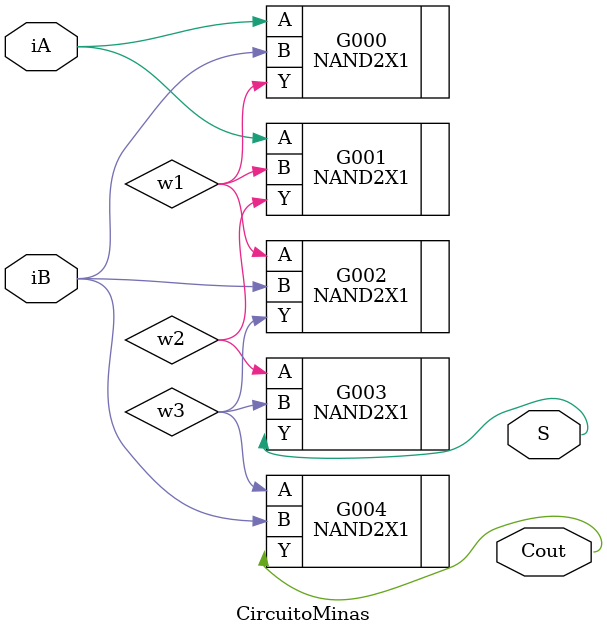
<source format=v>
module CircuitoMinas (
    iA, iB, S, Cout );
  input  iA, iB;
  output S, Cout ;
  wire w1, w2, w3;

  
  NAND2X1   G000(.A(iA), .B(iB), .Y(w1));

  NAND2X1   G001(.A(iA), .B(w1), .Y(w2));  
  NAND2X1   G002(.A(w1), .B(iB), .Y(w3));

  NAND2X1   G003(.A(w2), .B(w3), .Y(S));
  NAND2X1   G004(.A(w3), .B(iB), .Y(Cout));


endmodule



</source>
